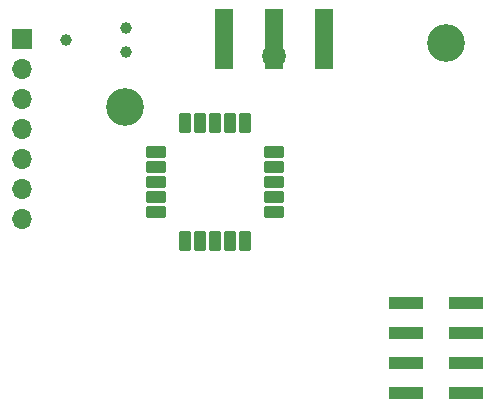
<source format=gbs>
G04 #@! TF.GenerationSoftware,KiCad,Pcbnew,7.0.9*
G04 #@! TF.CreationDate,2023-12-30T12:31:20+01:00*
G04 #@! TF.ProjectId,ithowifi_4l,6974686f-7769-4666-995f-346c2e6b6963,rev?*
G04 #@! TF.SameCoordinates,Original*
G04 #@! TF.FileFunction,Soldermask,Bot*
G04 #@! TF.FilePolarity,Negative*
%FSLAX46Y46*%
G04 Gerber Fmt 4.6, Leading zero omitted, Abs format (unit mm)*
G04 Created by KiCad (PCBNEW 7.0.9) date 2023-12-30 12:31:20*
%MOMM*%
%LPD*%
G01*
G04 APERTURE LIST*
G04 Aperture macros list*
%AMRoundRect*
0 Rectangle with rounded corners*
0 $1 Rounding radius*
0 $2 $3 $4 $5 $6 $7 $8 $9 X,Y pos of 4 corners*
0 Add a 4 corners polygon primitive as box body*
4,1,4,$2,$3,$4,$5,$6,$7,$8,$9,$2,$3,0*
0 Add four circle primitives for the rounded corners*
1,1,$1+$1,$2,$3*
1,1,$1+$1,$4,$5*
1,1,$1+$1,$6,$7*
1,1,$1+$1,$8,$9*
0 Add four rect primitives between the rounded corners*
20,1,$1+$1,$2,$3,$4,$5,0*
20,1,$1+$1,$4,$5,$6,$7,0*
20,1,$1+$1,$6,$7,$8,$9,0*
20,1,$1+$1,$8,$9,$2,$3,0*%
G04 Aperture macros list end*
%ADD10R,1.700000X1.700000*%
%ADD11O,1.700000X1.700000*%
%ADD12C,3.200000*%
%ADD13C,0.990600*%
%ADD14C,2.000000*%
%ADD15R,3.000000X1.000000*%
%ADD16R,1.500000X5.080000*%
%ADD17RoundRect,0.101600X-0.400000X0.750000X-0.400000X-0.750000X0.400000X-0.750000X0.400000X0.750000X0*%
%ADD18RoundRect,0.101600X0.400000X0.750000X-0.400000X0.750000X-0.400000X-0.750000X0.400000X-0.750000X0*%
%ADD19RoundRect,0.101600X0.750000X0.400000X-0.750000X0.400000X-0.750000X-0.400000X0.750000X-0.400000X0*%
%ADD20RoundRect,0.101600X-0.750000X-0.400000X0.750000X-0.400000X0.750000X0.400000X-0.750000X0.400000X0*%
%ADD21RoundRect,0.101600X-0.750000X0.400000X-0.750000X-0.400000X0.750000X-0.400000X0.750000X0.400000X0*%
G04 APERTURE END LIST*
D10*
X85725000Y-107797600D03*
D11*
X85725000Y-110337600D03*
X85725000Y-112877600D03*
X85725000Y-115417600D03*
X85725000Y-117957600D03*
X85725000Y-120497600D03*
X85725000Y-123037600D03*
D12*
X94488000Y-113538000D03*
D13*
X94576000Y-108917400D03*
X89496000Y-107901400D03*
X94576000Y-106885400D03*
D14*
X107100780Y-109251460D03*
D12*
X121630000Y-108120000D03*
D15*
X123293500Y-137807500D03*
X118253500Y-137807500D03*
X123293500Y-135267500D03*
X118253500Y-135267500D03*
X123293500Y-132727500D03*
X118253500Y-132727500D03*
X123293500Y-130187500D03*
X118253500Y-130187500D03*
D16*
X107100000Y-107848400D03*
X102850000Y-107848400D03*
X111350000Y-107848400D03*
D17*
X99560000Y-114950000D03*
D18*
X100829990Y-114950000D03*
D17*
X102100000Y-114950000D03*
X103370000Y-114950000D03*
X104640000Y-114950000D03*
D19*
X107100000Y-117410000D03*
D20*
X107100000Y-118679990D03*
X107100000Y-119950000D03*
X107100000Y-121220000D03*
X107100000Y-122490000D03*
D17*
X104640000Y-124950000D03*
X103370000Y-124950000D03*
X102100000Y-124950000D03*
X100829990Y-124950000D03*
X99560000Y-124950000D03*
D21*
X97100000Y-122490000D03*
D19*
X97100000Y-121220000D03*
X97100000Y-119950000D03*
X97100000Y-118679990D03*
X97100000Y-117410000D03*
M02*

</source>
